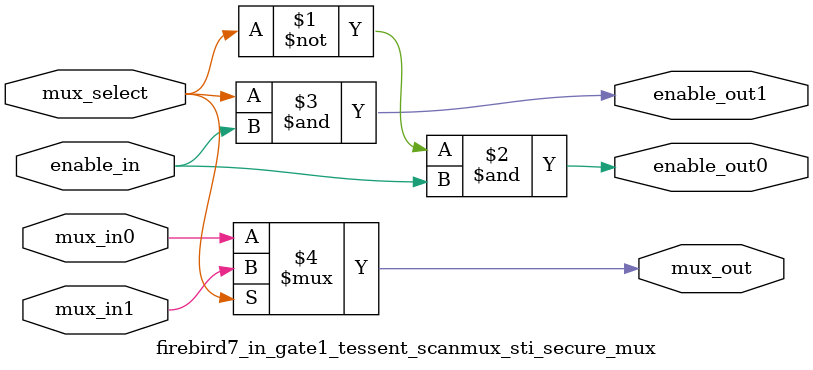
<source format=sv>

module firebird7_in_gate1_tessent_scanmux_sti_secure_mux (
  input wire mux_in0,
  input wire mux_in1,
  output wire mux_out,
  input wire mux_select,
  input wire enable_in,
  output wire enable_out0,
  output wire enable_out1
);
  assign enable_out0     = ~mux_select & enable_in;
  assign enable_out1     =  mux_select & enable_in;
 
  assign mux_out         = mux_select ? mux_in1 : mux_in0;
 
endmodule

</source>
